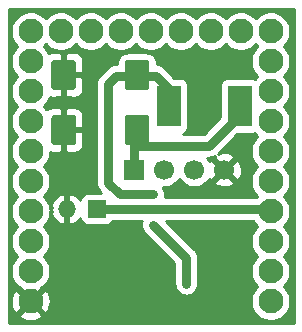
<source format=gbr>
G04 #@! TF.GenerationSoftware,KiCad,Pcbnew,(5.1.5)-3*
G04 #@! TF.CreationDate,2020-11-20T22:13:13+01:00*
G04 #@! TF.ProjectId,Microduino_Base_DE,4d696372-6f64-4756-996e-6f5f42617365,0.0*
G04 #@! TF.SameCoordinates,Original*
G04 #@! TF.FileFunction,Copper,L1,Top*
G04 #@! TF.FilePolarity,Positive*
%FSLAX46Y46*%
G04 Gerber Fmt 4.6, Leading zero omitted, Abs format (unit mm)*
G04 Created by KiCad (PCBNEW (5.1.5)-3) date 2020-11-20 22:13:13*
%MOMM*%
%LPD*%
G04 APERTURE LIST*
%ADD10C,0.100000*%
%ADD11R,1.500000X1.500000*%
%ADD12O,1.500000X1.500000*%
%ADD13R,1.700000X1.700000*%
%ADD14C,1.700000*%
%ADD15C,2.100000*%
%ADD16R,2.000000X3.500000*%
%ADD17C,0.600000*%
%ADD18C,0.400000*%
%ADD19C,0.750000*%
%ADD20C,0.254000*%
G04 APERTURE END LIST*
G04 #@! TA.AperFunction,SMDPad,CuDef*
D10*
G36*
X151092104Y-67725304D02*
G01*
X151116373Y-67728904D01*
X151140171Y-67734865D01*
X151163271Y-67743130D01*
X151185449Y-67753620D01*
X151206493Y-67766233D01*
X151226198Y-67780847D01*
X151244377Y-67797323D01*
X151260853Y-67815502D01*
X151275467Y-67835207D01*
X151288080Y-67856251D01*
X151298570Y-67878429D01*
X151306835Y-67901529D01*
X151312796Y-67925327D01*
X151316396Y-67949596D01*
X151317600Y-67974100D01*
X151317600Y-70024100D01*
X151316396Y-70048604D01*
X151312796Y-70072873D01*
X151306835Y-70096671D01*
X151298570Y-70119771D01*
X151288080Y-70141949D01*
X151275467Y-70162993D01*
X151260853Y-70182698D01*
X151244377Y-70200877D01*
X151226198Y-70217353D01*
X151206493Y-70231967D01*
X151185449Y-70244580D01*
X151163271Y-70255070D01*
X151140171Y-70263335D01*
X151116373Y-70269296D01*
X151092104Y-70272896D01*
X151067600Y-70274100D01*
X149492600Y-70274100D01*
X149468096Y-70272896D01*
X149443827Y-70269296D01*
X149420029Y-70263335D01*
X149396929Y-70255070D01*
X149374751Y-70244580D01*
X149353707Y-70231967D01*
X149334002Y-70217353D01*
X149315823Y-70200877D01*
X149299347Y-70182698D01*
X149284733Y-70162993D01*
X149272120Y-70141949D01*
X149261630Y-70119771D01*
X149253365Y-70096671D01*
X149247404Y-70072873D01*
X149243804Y-70048604D01*
X149242600Y-70024100D01*
X149242600Y-67974100D01*
X149243804Y-67949596D01*
X149247404Y-67925327D01*
X149253365Y-67901529D01*
X149261630Y-67878429D01*
X149272120Y-67856251D01*
X149284733Y-67835207D01*
X149299347Y-67815502D01*
X149315823Y-67797323D01*
X149334002Y-67780847D01*
X149353707Y-67766233D01*
X149374751Y-67753620D01*
X149396929Y-67743130D01*
X149420029Y-67734865D01*
X149443827Y-67728904D01*
X149468096Y-67725304D01*
X149492600Y-67724100D01*
X151067600Y-67724100D01*
X151092104Y-67725304D01*
G37*
G04 #@! TD.AperFunction*
G04 #@! TA.AperFunction,SMDPad,CuDef*
G36*
X144867104Y-67725304D02*
G01*
X144891373Y-67728904D01*
X144915171Y-67734865D01*
X144938271Y-67743130D01*
X144960449Y-67753620D01*
X144981493Y-67766233D01*
X145001198Y-67780847D01*
X145019377Y-67797323D01*
X145035853Y-67815502D01*
X145050467Y-67835207D01*
X145063080Y-67856251D01*
X145073570Y-67878429D01*
X145081835Y-67901529D01*
X145087796Y-67925327D01*
X145091396Y-67949596D01*
X145092600Y-67974100D01*
X145092600Y-70024100D01*
X145091396Y-70048604D01*
X145087796Y-70072873D01*
X145081835Y-70096671D01*
X145073570Y-70119771D01*
X145063080Y-70141949D01*
X145050467Y-70162993D01*
X145035853Y-70182698D01*
X145019377Y-70200877D01*
X145001198Y-70217353D01*
X144981493Y-70231967D01*
X144960449Y-70244580D01*
X144938271Y-70255070D01*
X144915171Y-70263335D01*
X144891373Y-70269296D01*
X144867104Y-70272896D01*
X144842600Y-70274100D01*
X143267600Y-70274100D01*
X143243096Y-70272896D01*
X143218827Y-70269296D01*
X143195029Y-70263335D01*
X143171929Y-70255070D01*
X143149751Y-70244580D01*
X143128707Y-70231967D01*
X143109002Y-70217353D01*
X143090823Y-70200877D01*
X143074347Y-70182698D01*
X143059733Y-70162993D01*
X143047120Y-70141949D01*
X143036630Y-70119771D01*
X143028365Y-70096671D01*
X143022404Y-70072873D01*
X143018804Y-70048604D01*
X143017600Y-70024100D01*
X143017600Y-67974100D01*
X143018804Y-67949596D01*
X143022404Y-67925327D01*
X143028365Y-67901529D01*
X143036630Y-67878429D01*
X143047120Y-67856251D01*
X143059733Y-67835207D01*
X143074347Y-67815502D01*
X143090823Y-67797323D01*
X143109002Y-67780847D01*
X143128707Y-67766233D01*
X143149751Y-67753620D01*
X143171929Y-67743130D01*
X143195029Y-67734865D01*
X143218827Y-67728904D01*
X143243096Y-67725304D01*
X143267600Y-67724100D01*
X144842600Y-67724100D01*
X144867104Y-67725304D01*
G37*
G04 #@! TD.AperFunction*
D11*
X146861000Y-80355000D03*
D12*
X144321000Y-80355000D03*
D13*
X150037800Y-77038200D03*
D14*
X152577800Y-77038200D03*
X155117800Y-77038200D03*
X157657800Y-77038200D03*
D15*
X161581000Y-67845000D03*
X161581000Y-70385000D03*
X161581000Y-72925000D03*
X161581000Y-75465000D03*
X161581000Y-78005000D03*
X161581000Y-80545000D03*
X161581000Y-83085000D03*
X161581000Y-85625000D03*
X161581000Y-88165000D03*
X161581000Y-65305000D03*
X159041000Y-65305000D03*
X156501000Y-65305000D03*
X153961000Y-65305000D03*
X151421000Y-65305000D03*
X148881000Y-65305000D03*
X146341000Y-65305000D03*
X143801000Y-65305000D03*
X141261000Y-65305000D03*
X141261000Y-67845000D03*
X141261000Y-70385000D03*
X141261000Y-72925000D03*
X141261000Y-75465000D03*
X141261000Y-78005000D03*
X141261000Y-80545000D03*
X141261000Y-83085000D03*
X141261000Y-85625000D03*
X141261000Y-88165000D03*
G04 #@! TA.AperFunction,SMDPad,CuDef*
D10*
G36*
X144879804Y-72386204D02*
G01*
X144904073Y-72389804D01*
X144927871Y-72395765D01*
X144950971Y-72404030D01*
X144973149Y-72414520D01*
X144994193Y-72427133D01*
X145013898Y-72441747D01*
X145032077Y-72458223D01*
X145048553Y-72476402D01*
X145063167Y-72496107D01*
X145075780Y-72517151D01*
X145086270Y-72539329D01*
X145094535Y-72562429D01*
X145100496Y-72586227D01*
X145104096Y-72610496D01*
X145105300Y-72635000D01*
X145105300Y-74685000D01*
X145104096Y-74709504D01*
X145100496Y-74733773D01*
X145094535Y-74757571D01*
X145086270Y-74780671D01*
X145075780Y-74802849D01*
X145063167Y-74823893D01*
X145048553Y-74843598D01*
X145032077Y-74861777D01*
X145013898Y-74878253D01*
X144994193Y-74892867D01*
X144973149Y-74905480D01*
X144950971Y-74915970D01*
X144927871Y-74924235D01*
X144904073Y-74930196D01*
X144879804Y-74933796D01*
X144855300Y-74935000D01*
X143280300Y-74935000D01*
X143255796Y-74933796D01*
X143231527Y-74930196D01*
X143207729Y-74924235D01*
X143184629Y-74915970D01*
X143162451Y-74905480D01*
X143141407Y-74892867D01*
X143121702Y-74878253D01*
X143103523Y-74861777D01*
X143087047Y-74843598D01*
X143072433Y-74823893D01*
X143059820Y-74802849D01*
X143049330Y-74780671D01*
X143041065Y-74757571D01*
X143035104Y-74733773D01*
X143031504Y-74709504D01*
X143030300Y-74685000D01*
X143030300Y-72635000D01*
X143031504Y-72610496D01*
X143035104Y-72586227D01*
X143041065Y-72562429D01*
X143049330Y-72539329D01*
X143059820Y-72517151D01*
X143072433Y-72496107D01*
X143087047Y-72476402D01*
X143103523Y-72458223D01*
X143121702Y-72441747D01*
X143141407Y-72427133D01*
X143162451Y-72414520D01*
X143184629Y-72404030D01*
X143207729Y-72395765D01*
X143231527Y-72389804D01*
X143255796Y-72386204D01*
X143280300Y-72385000D01*
X144855300Y-72385000D01*
X144879804Y-72386204D01*
G37*
G04 #@! TD.AperFunction*
G04 #@! TA.AperFunction,SMDPad,CuDef*
G36*
X151104804Y-72386204D02*
G01*
X151129073Y-72389804D01*
X151152871Y-72395765D01*
X151175971Y-72404030D01*
X151198149Y-72414520D01*
X151219193Y-72427133D01*
X151238898Y-72441747D01*
X151257077Y-72458223D01*
X151273553Y-72476402D01*
X151288167Y-72496107D01*
X151300780Y-72517151D01*
X151311270Y-72539329D01*
X151319535Y-72562429D01*
X151325496Y-72586227D01*
X151329096Y-72610496D01*
X151330300Y-72635000D01*
X151330300Y-74685000D01*
X151329096Y-74709504D01*
X151325496Y-74733773D01*
X151319535Y-74757571D01*
X151311270Y-74780671D01*
X151300780Y-74802849D01*
X151288167Y-74823893D01*
X151273553Y-74843598D01*
X151257077Y-74861777D01*
X151238898Y-74878253D01*
X151219193Y-74892867D01*
X151198149Y-74905480D01*
X151175971Y-74915970D01*
X151152871Y-74924235D01*
X151129073Y-74930196D01*
X151104804Y-74933796D01*
X151080300Y-74935000D01*
X149505300Y-74935000D01*
X149480796Y-74933796D01*
X149456527Y-74930196D01*
X149432729Y-74924235D01*
X149409629Y-74915970D01*
X149387451Y-74905480D01*
X149366407Y-74892867D01*
X149346702Y-74878253D01*
X149328523Y-74861777D01*
X149312047Y-74843598D01*
X149297433Y-74823893D01*
X149284820Y-74802849D01*
X149274330Y-74780671D01*
X149266065Y-74757571D01*
X149260104Y-74733773D01*
X149256504Y-74709504D01*
X149255300Y-74685000D01*
X149255300Y-72635000D01*
X149256504Y-72610496D01*
X149260104Y-72586227D01*
X149266065Y-72562429D01*
X149274330Y-72539329D01*
X149284820Y-72517151D01*
X149297433Y-72496107D01*
X149312047Y-72476402D01*
X149328523Y-72458223D01*
X149346702Y-72441747D01*
X149366407Y-72427133D01*
X149387451Y-72414520D01*
X149409629Y-72404030D01*
X149432729Y-72395765D01*
X149456527Y-72389804D01*
X149480796Y-72386204D01*
X149505300Y-72385000D01*
X151080300Y-72385000D01*
X151104804Y-72386204D01*
G37*
G04 #@! TD.AperFunction*
D16*
X152956000Y-71628000D03*
X158956000Y-71628000D03*
D17*
X143967200Y-88760300D03*
X146646900Y-88760300D03*
X148894800Y-88760300D03*
X151091900Y-88785700D03*
X149745700Y-85775800D03*
X146710400Y-85763100D03*
X143865600Y-85839300D03*
X143827500Y-83146900D03*
X146685000Y-83096100D03*
X149771100Y-83159600D03*
X153835100Y-78638400D03*
X158889700Y-74980800D03*
X145567400Y-77736700D03*
X146215100Y-71361300D03*
X154012900Y-68757800D03*
X155981400Y-71412100D03*
X158432500Y-68795900D03*
X157861000Y-86995000D03*
X151714200Y-74980800D03*
X154444700Y-86664800D03*
X151638000Y-81686400D03*
X151638000Y-79095600D03*
D18*
X160807400Y-88163400D02*
X161569400Y-88163400D01*
D19*
X161391000Y-80355000D02*
X161581000Y-80545000D01*
X146861000Y-80355000D02*
X161391000Y-80355000D01*
X150037800Y-73927700D02*
X150280100Y-73685400D01*
X158956000Y-72378000D02*
X156353200Y-74980800D01*
X158956000Y-71628000D02*
X158956000Y-72378000D01*
X150037800Y-77038200D02*
X150037800Y-74980800D01*
X150037800Y-74980800D02*
X150037800Y-73927700D01*
X156353200Y-74980800D02*
X151714200Y-74980800D01*
X151714200Y-74980800D02*
X150037800Y-74980800D01*
X152956000Y-71628000D02*
X152956000Y-70177400D01*
X151879300Y-69100700D02*
X150292800Y-69100700D01*
X152956000Y-70177400D02*
X151879300Y-69100700D01*
X154444700Y-86664800D02*
X154444700Y-84493100D01*
X154444700Y-84493100D02*
X151638000Y-81686400D01*
X147828000Y-78130400D02*
X147828000Y-69735700D01*
X151638000Y-79095600D02*
X148793200Y-79095600D01*
X148463000Y-69100700D02*
X150292800Y-69100700D01*
X147828000Y-69735700D02*
X148463000Y-69100700D01*
X148793200Y-79095600D02*
X147828000Y-78130400D01*
D20*
G36*
X163530883Y-89967917D02*
G01*
X139411000Y-89965084D01*
X139411000Y-89336066D01*
X140269539Y-89336066D01*
X140371339Y-89605579D01*
X140669477Y-89751463D01*
X140990346Y-89836380D01*
X141321617Y-89857066D01*
X141650557Y-89812728D01*
X141964527Y-89705069D01*
X142150661Y-89605579D01*
X142252461Y-89336066D01*
X141261000Y-88344605D01*
X140269539Y-89336066D01*
X139411000Y-89336066D01*
X139411000Y-88225617D01*
X139568934Y-88225617D01*
X139613272Y-88554557D01*
X139720931Y-88868527D01*
X139820421Y-89054661D01*
X140089934Y-89156461D01*
X141081395Y-88165000D01*
X141440605Y-88165000D01*
X142432066Y-89156461D01*
X142701579Y-89054661D01*
X142847463Y-88756523D01*
X142932380Y-88435654D01*
X142953066Y-88104383D01*
X142908728Y-87775443D01*
X142801069Y-87461473D01*
X142701579Y-87275339D01*
X142432066Y-87173539D01*
X141440605Y-88165000D01*
X141081395Y-88165000D01*
X140089934Y-87173539D01*
X139820421Y-87275339D01*
X139674537Y-87573477D01*
X139589620Y-87894346D01*
X139568934Y-88225617D01*
X139411000Y-88225617D01*
X139411000Y-65139042D01*
X139576000Y-65139042D01*
X139576000Y-65470958D01*
X139640754Y-65796496D01*
X139767772Y-66103147D01*
X139952175Y-66379125D01*
X140148050Y-66575000D01*
X139952175Y-66770875D01*
X139767772Y-67046853D01*
X139640754Y-67353504D01*
X139576000Y-67679042D01*
X139576000Y-68010958D01*
X139640754Y-68336496D01*
X139767772Y-68643147D01*
X139952175Y-68919125D01*
X140148050Y-69115000D01*
X139952175Y-69310875D01*
X139767772Y-69586853D01*
X139640754Y-69893504D01*
X139576000Y-70219042D01*
X139576000Y-70550958D01*
X139640754Y-70876496D01*
X139767772Y-71183147D01*
X139952175Y-71459125D01*
X140148050Y-71655000D01*
X139952175Y-71850875D01*
X139767772Y-72126853D01*
X139640754Y-72433504D01*
X139576000Y-72759042D01*
X139576000Y-73090958D01*
X139640754Y-73416496D01*
X139767772Y-73723147D01*
X139952175Y-73999125D01*
X140148050Y-74195000D01*
X139952175Y-74390875D01*
X139767772Y-74666853D01*
X139640754Y-74973504D01*
X139576000Y-75299042D01*
X139576000Y-75630958D01*
X139640754Y-75956496D01*
X139767772Y-76263147D01*
X139952175Y-76539125D01*
X140148050Y-76735000D01*
X139952175Y-76930875D01*
X139767772Y-77206853D01*
X139640754Y-77513504D01*
X139576000Y-77839042D01*
X139576000Y-78170958D01*
X139640754Y-78496496D01*
X139767772Y-78803147D01*
X139952175Y-79079125D01*
X140148050Y-79275000D01*
X139952175Y-79470875D01*
X139767772Y-79746853D01*
X139640754Y-80053504D01*
X139576000Y-80379042D01*
X139576000Y-80710958D01*
X139640754Y-81036496D01*
X139767772Y-81343147D01*
X139952175Y-81619125D01*
X140148050Y-81815000D01*
X139952175Y-82010875D01*
X139767772Y-82286853D01*
X139640754Y-82593504D01*
X139576000Y-82919042D01*
X139576000Y-83250958D01*
X139640754Y-83576496D01*
X139767772Y-83883147D01*
X139952175Y-84159125D01*
X140148050Y-84355000D01*
X139952175Y-84550875D01*
X139767772Y-84826853D01*
X139640754Y-85133504D01*
X139576000Y-85459042D01*
X139576000Y-85790958D01*
X139640754Y-86116496D01*
X139767772Y-86423147D01*
X139952175Y-86699125D01*
X140186875Y-86933825D01*
X140271009Y-86990042D01*
X140269539Y-86993934D01*
X141261000Y-87985395D01*
X142252461Y-86993934D01*
X142250991Y-86990042D01*
X142335125Y-86933825D01*
X142569825Y-86699125D01*
X142754228Y-86423147D01*
X142881246Y-86116496D01*
X142946000Y-85790958D01*
X142946000Y-85459042D01*
X142881246Y-85133504D01*
X142754228Y-84826853D01*
X142569825Y-84550875D01*
X142373950Y-84355000D01*
X142569825Y-84159125D01*
X142754228Y-83883147D01*
X142881246Y-83576496D01*
X142946000Y-83250958D01*
X142946000Y-82919042D01*
X142881246Y-82593504D01*
X142754228Y-82286853D01*
X142569825Y-82010875D01*
X142373950Y-81815000D01*
X142569825Y-81619125D01*
X142754228Y-81343147D01*
X142881246Y-81036496D01*
X142946000Y-80710958D01*
X142946000Y-80482002D01*
X143100579Y-80482002D01*
X142978677Y-80696186D01*
X143071031Y-80951504D01*
X143211421Y-81183899D01*
X143394451Y-81384440D01*
X143613088Y-81545420D01*
X143858930Y-81660653D01*
X143979815Y-81697318D01*
X144194000Y-81574656D01*
X144194000Y-80482000D01*
X144174000Y-80482000D01*
X144174000Y-80228000D01*
X144194000Y-80228000D01*
X144194000Y-79135344D01*
X143979815Y-79012682D01*
X143858930Y-79049347D01*
X143613088Y-79164580D01*
X143394451Y-79325560D01*
X143211421Y-79526101D01*
X143071031Y-79758496D01*
X142978677Y-80013814D01*
X143100579Y-80227998D01*
X142936000Y-80227998D01*
X142936000Y-80328769D01*
X142881246Y-80053504D01*
X142754228Y-79746853D01*
X142569825Y-79470875D01*
X142373950Y-79275000D01*
X142569825Y-79079125D01*
X142754228Y-78803147D01*
X142881246Y-78496496D01*
X142946000Y-78170958D01*
X142946000Y-77839042D01*
X142881246Y-77513504D01*
X142754228Y-77206853D01*
X142569825Y-76930875D01*
X142373950Y-76735000D01*
X142569825Y-76539125D01*
X142754228Y-76263147D01*
X142881246Y-75956496D01*
X142946000Y-75630958D01*
X142946000Y-75564769D01*
X143030300Y-75573072D01*
X143782050Y-75570000D01*
X143940800Y-75411250D01*
X143940800Y-73787000D01*
X144194800Y-73787000D01*
X144194800Y-75411250D01*
X144353550Y-75570000D01*
X145105300Y-75573072D01*
X145229782Y-75560812D01*
X145349480Y-75524502D01*
X145459794Y-75465537D01*
X145556485Y-75386185D01*
X145635837Y-75289494D01*
X145694802Y-75179180D01*
X145731112Y-75059482D01*
X145743372Y-74935000D01*
X145740300Y-73945750D01*
X145581550Y-73787000D01*
X144194800Y-73787000D01*
X143940800Y-73787000D01*
X143920800Y-73787000D01*
X143920800Y-73533000D01*
X143940800Y-73533000D01*
X143940800Y-71908750D01*
X144194800Y-71908750D01*
X144194800Y-73533000D01*
X145581550Y-73533000D01*
X145740300Y-73374250D01*
X145743372Y-72385000D01*
X145731112Y-72260518D01*
X145694802Y-72140820D01*
X145635837Y-72030506D01*
X145556485Y-71933815D01*
X145459794Y-71854463D01*
X145349480Y-71795498D01*
X145229782Y-71759188D01*
X145105300Y-71746928D01*
X144353550Y-71750000D01*
X144194800Y-71908750D01*
X143940800Y-71908750D01*
X143782050Y-71750000D01*
X143030300Y-71746928D01*
X142905818Y-71759188D01*
X142786120Y-71795498D01*
X142675806Y-71854463D01*
X142608907Y-71909365D01*
X142569825Y-71850875D01*
X142373950Y-71655000D01*
X142569825Y-71459125D01*
X142754228Y-71183147D01*
X142873955Y-70894099D01*
X142893118Y-70899912D01*
X143017600Y-70912172D01*
X143769350Y-70909100D01*
X143928100Y-70750350D01*
X143928100Y-69126100D01*
X144182100Y-69126100D01*
X144182100Y-70750350D01*
X144340850Y-70909100D01*
X145092600Y-70912172D01*
X145217082Y-70899912D01*
X145336780Y-70863602D01*
X145447094Y-70804637D01*
X145543785Y-70725285D01*
X145623137Y-70628594D01*
X145682102Y-70518280D01*
X145718412Y-70398582D01*
X145730672Y-70274100D01*
X145727600Y-69284850D01*
X145568850Y-69126100D01*
X144182100Y-69126100D01*
X143928100Y-69126100D01*
X143908100Y-69126100D01*
X143908100Y-68872100D01*
X143928100Y-68872100D01*
X143928100Y-67247850D01*
X144182100Y-67247850D01*
X144182100Y-68872100D01*
X145568850Y-68872100D01*
X145727600Y-68713350D01*
X145730672Y-67724100D01*
X145718412Y-67599618D01*
X145682102Y-67479920D01*
X145623137Y-67369606D01*
X145543785Y-67272915D01*
X145447094Y-67193563D01*
X145336780Y-67134598D01*
X145217082Y-67098288D01*
X145092600Y-67086028D01*
X144340850Y-67089100D01*
X144182100Y-67247850D01*
X143928100Y-67247850D01*
X143769350Y-67089100D01*
X143017600Y-67086028D01*
X142893118Y-67098288D01*
X142788658Y-67129976D01*
X142754228Y-67046853D01*
X142569825Y-66770875D01*
X142373950Y-66575000D01*
X142531000Y-66417950D01*
X142726875Y-66613825D01*
X143002853Y-66798228D01*
X143309504Y-66925246D01*
X143635042Y-66990000D01*
X143966958Y-66990000D01*
X144292496Y-66925246D01*
X144599147Y-66798228D01*
X144875125Y-66613825D01*
X145071000Y-66417950D01*
X145266875Y-66613825D01*
X145542853Y-66798228D01*
X145849504Y-66925246D01*
X146175042Y-66990000D01*
X146506958Y-66990000D01*
X146832496Y-66925246D01*
X147139147Y-66798228D01*
X147415125Y-66613825D01*
X147611000Y-66417950D01*
X147806875Y-66613825D01*
X148082853Y-66798228D01*
X148389504Y-66925246D01*
X148715042Y-66990000D01*
X149046958Y-66990000D01*
X149372496Y-66925246D01*
X149679147Y-66798228D01*
X149955125Y-66613825D01*
X150151000Y-66417950D01*
X150346875Y-66613825D01*
X150622853Y-66798228D01*
X150929504Y-66925246D01*
X151255042Y-66990000D01*
X151586958Y-66990000D01*
X151912496Y-66925246D01*
X152219147Y-66798228D01*
X152495125Y-66613825D01*
X152691000Y-66417950D01*
X152886875Y-66613825D01*
X153162853Y-66798228D01*
X153469504Y-66925246D01*
X153795042Y-66990000D01*
X154126958Y-66990000D01*
X154452496Y-66925246D01*
X154759147Y-66798228D01*
X155035125Y-66613825D01*
X155231000Y-66417950D01*
X155426875Y-66613825D01*
X155702853Y-66798228D01*
X156009504Y-66925246D01*
X156335042Y-66990000D01*
X156666958Y-66990000D01*
X156992496Y-66925246D01*
X157299147Y-66798228D01*
X157575125Y-66613825D01*
X157771000Y-66417950D01*
X157966875Y-66613825D01*
X158242853Y-66798228D01*
X158549504Y-66925246D01*
X158875042Y-66990000D01*
X159206958Y-66990000D01*
X159532496Y-66925246D01*
X159839147Y-66798228D01*
X160115125Y-66613825D01*
X160311000Y-66417950D01*
X160468050Y-66575000D01*
X160272175Y-66770875D01*
X160087772Y-67046853D01*
X159960754Y-67353504D01*
X159896000Y-67679042D01*
X159896000Y-68010958D01*
X159960754Y-68336496D01*
X160087772Y-68643147D01*
X160272175Y-68919125D01*
X160468050Y-69115000D01*
X160272175Y-69310875D01*
X160264246Y-69322742D01*
X160200180Y-69288498D01*
X160080482Y-69252188D01*
X159956000Y-69239928D01*
X157956000Y-69239928D01*
X157831518Y-69252188D01*
X157711820Y-69288498D01*
X157601506Y-69347463D01*
X157504815Y-69426815D01*
X157425463Y-69523506D01*
X157366498Y-69633820D01*
X157330188Y-69753518D01*
X157317928Y-69878000D01*
X157317928Y-72587717D01*
X155934845Y-73970800D01*
X154189308Y-73970800D01*
X154200180Y-73967502D01*
X154310494Y-73908537D01*
X154407185Y-73829185D01*
X154486537Y-73732494D01*
X154545502Y-73622180D01*
X154581812Y-73502482D01*
X154594072Y-73378000D01*
X154594072Y-69878000D01*
X154581812Y-69753518D01*
X154545502Y-69633820D01*
X154486537Y-69523506D01*
X154407185Y-69426815D01*
X154310494Y-69347463D01*
X154200180Y-69288498D01*
X154080482Y-69252188D01*
X153956000Y-69239928D01*
X153446884Y-69239928D01*
X152628561Y-68421606D01*
X152596933Y-68383067D01*
X152443140Y-68256853D01*
X152267680Y-68163068D01*
X152077294Y-68105315D01*
X151955672Y-68093336D01*
X151955672Y-67974100D01*
X151938608Y-67800846D01*
X151888072Y-67634250D01*
X151806005Y-67480714D01*
X151695562Y-67346138D01*
X151560986Y-67235695D01*
X151407450Y-67153628D01*
X151240854Y-67103092D01*
X151067600Y-67086028D01*
X149492600Y-67086028D01*
X149319346Y-67103092D01*
X149152750Y-67153628D01*
X148999214Y-67235695D01*
X148864638Y-67346138D01*
X148754195Y-67480714D01*
X148672128Y-67634250D01*
X148621592Y-67800846D01*
X148604528Y-67974100D01*
X148604528Y-68090700D01*
X148512608Y-68090700D01*
X148463000Y-68085814D01*
X148265005Y-68105315D01*
X148074620Y-68163068D01*
X147899160Y-68256853D01*
X147745367Y-68383067D01*
X147713739Y-68421606D01*
X147148901Y-68986444D01*
X147110368Y-69018067D01*
X147078745Y-69056600D01*
X147078744Y-69056601D01*
X146984154Y-69171860D01*
X146890368Y-69347321D01*
X146832615Y-69537706D01*
X146813114Y-69735700D01*
X146818001Y-69785318D01*
X146818000Y-78080792D01*
X146813114Y-78130400D01*
X146832615Y-78328394D01*
X146884542Y-78499572D01*
X146890368Y-78518779D01*
X146984153Y-78694240D01*
X147110367Y-78848033D01*
X147148905Y-78879661D01*
X147236173Y-78966928D01*
X146111000Y-78966928D01*
X145986518Y-78979188D01*
X145866820Y-79015498D01*
X145756506Y-79074463D01*
X145659815Y-79153815D01*
X145580463Y-79250506D01*
X145521498Y-79360820D01*
X145485188Y-79480518D01*
X145473673Y-79597437D01*
X145430579Y-79526101D01*
X145247549Y-79325560D01*
X145028912Y-79164580D01*
X144783070Y-79049347D01*
X144662185Y-79012682D01*
X144448000Y-79135344D01*
X144448000Y-80228000D01*
X144468000Y-80228000D01*
X144468000Y-80482000D01*
X144448000Y-80482000D01*
X144448000Y-81574656D01*
X144662185Y-81697318D01*
X144783070Y-81660653D01*
X145028912Y-81545420D01*
X145247549Y-81384440D01*
X145430579Y-81183899D01*
X145473673Y-81112563D01*
X145485188Y-81229482D01*
X145521498Y-81349180D01*
X145580463Y-81459494D01*
X145659815Y-81556185D01*
X145756506Y-81635537D01*
X145866820Y-81694502D01*
X145986518Y-81730812D01*
X146111000Y-81743072D01*
X147611000Y-81743072D01*
X147735482Y-81730812D01*
X147855180Y-81694502D01*
X147965494Y-81635537D01*
X148062185Y-81556185D01*
X148141537Y-81459494D01*
X148192046Y-81365000D01*
X150680050Y-81365000D01*
X150642615Y-81488406D01*
X150623114Y-81686400D01*
X150642615Y-81884394D01*
X150700368Y-82074779D01*
X150794154Y-82250240D01*
X150888744Y-82365499D01*
X153434701Y-84911456D01*
X153434700Y-86714407D01*
X153449315Y-86862793D01*
X153507068Y-87053179D01*
X153600853Y-87228640D01*
X153727067Y-87382433D01*
X153880860Y-87508647D01*
X154056320Y-87602432D01*
X154246706Y-87660185D01*
X154444700Y-87679686D01*
X154642693Y-87660185D01*
X154833079Y-87602432D01*
X155008540Y-87508647D01*
X155162333Y-87382433D01*
X155288547Y-87228640D01*
X155382332Y-87053180D01*
X155440085Y-86862794D01*
X155454700Y-86714408D01*
X155454700Y-84542704D01*
X155459586Y-84493099D01*
X155449808Y-84393825D01*
X155440085Y-84295106D01*
X155382332Y-84104720D01*
X155288547Y-83929260D01*
X155162333Y-83775467D01*
X155123794Y-83743839D01*
X152744955Y-81365000D01*
X160102374Y-81365000D01*
X160272175Y-81619125D01*
X160468050Y-81815000D01*
X160272175Y-82010875D01*
X160087772Y-82286853D01*
X159960754Y-82593504D01*
X159896000Y-82919042D01*
X159896000Y-83250958D01*
X159960754Y-83576496D01*
X160087772Y-83883147D01*
X160272175Y-84159125D01*
X160468050Y-84355000D01*
X160272175Y-84550875D01*
X160087772Y-84826853D01*
X159960754Y-85133504D01*
X159896000Y-85459042D01*
X159896000Y-85790958D01*
X159960754Y-86116496D01*
X160087772Y-86423147D01*
X160272175Y-86699125D01*
X160468050Y-86895000D01*
X160272175Y-87090875D01*
X160087772Y-87366853D01*
X159960754Y-87673504D01*
X159896000Y-87999042D01*
X159896000Y-88330958D01*
X159960754Y-88656496D01*
X160087772Y-88963147D01*
X160272175Y-89239125D01*
X160506875Y-89473825D01*
X160782853Y-89658228D01*
X161089504Y-89785246D01*
X161415042Y-89850000D01*
X161746958Y-89850000D01*
X162072496Y-89785246D01*
X162379147Y-89658228D01*
X162655125Y-89473825D01*
X162889825Y-89239125D01*
X163074228Y-88963147D01*
X163201246Y-88656496D01*
X163266000Y-88330958D01*
X163266000Y-87999042D01*
X163201246Y-87673504D01*
X163074228Y-87366853D01*
X162889825Y-87090875D01*
X162693950Y-86895000D01*
X162889825Y-86699125D01*
X163074228Y-86423147D01*
X163201246Y-86116496D01*
X163266000Y-85790958D01*
X163266000Y-85459042D01*
X163201246Y-85133504D01*
X163074228Y-84826853D01*
X162889825Y-84550875D01*
X162693950Y-84355000D01*
X162889825Y-84159125D01*
X163074228Y-83883147D01*
X163201246Y-83576496D01*
X163266000Y-83250958D01*
X163266000Y-82919042D01*
X163201246Y-82593504D01*
X163074228Y-82286853D01*
X162889825Y-82010875D01*
X162693950Y-81815000D01*
X162889825Y-81619125D01*
X163074228Y-81343147D01*
X163201246Y-81036496D01*
X163266000Y-80710958D01*
X163266000Y-80379042D01*
X163201246Y-80053504D01*
X163074228Y-79746853D01*
X162889825Y-79470875D01*
X162693950Y-79275000D01*
X162889825Y-79079125D01*
X163074228Y-78803147D01*
X163201246Y-78496496D01*
X163266000Y-78170958D01*
X163266000Y-77839042D01*
X163201246Y-77513504D01*
X163074228Y-77206853D01*
X162889825Y-76930875D01*
X162693950Y-76735000D01*
X162889825Y-76539125D01*
X163074228Y-76263147D01*
X163201246Y-75956496D01*
X163266000Y-75630958D01*
X163266000Y-75299042D01*
X163201246Y-74973504D01*
X163074228Y-74666853D01*
X162889825Y-74390875D01*
X162693950Y-74195000D01*
X162889825Y-73999125D01*
X163074228Y-73723147D01*
X163201246Y-73416496D01*
X163266000Y-73090958D01*
X163266000Y-72759042D01*
X163201246Y-72433504D01*
X163074228Y-72126853D01*
X162889825Y-71850875D01*
X162693950Y-71655000D01*
X162889825Y-71459125D01*
X163074228Y-71183147D01*
X163201246Y-70876496D01*
X163266000Y-70550958D01*
X163266000Y-70219042D01*
X163201246Y-69893504D01*
X163074228Y-69586853D01*
X162889825Y-69310875D01*
X162693950Y-69115000D01*
X162889825Y-68919125D01*
X163074228Y-68643147D01*
X163201246Y-68336496D01*
X163266000Y-68010958D01*
X163266000Y-67679042D01*
X163201246Y-67353504D01*
X163074228Y-67046853D01*
X162889825Y-66770875D01*
X162693950Y-66575000D01*
X162889825Y-66379125D01*
X163074228Y-66103147D01*
X163201246Y-65796496D01*
X163266000Y-65470958D01*
X163266000Y-65139042D01*
X163201246Y-64813504D01*
X163074228Y-64506853D01*
X162889825Y-64230875D01*
X162655125Y-63996175D01*
X162379147Y-63811772D01*
X162072496Y-63684754D01*
X161746958Y-63620000D01*
X161415042Y-63620000D01*
X161089504Y-63684754D01*
X160782853Y-63811772D01*
X160506875Y-63996175D01*
X160311000Y-64192050D01*
X160115125Y-63996175D01*
X159839147Y-63811772D01*
X159532496Y-63684754D01*
X159206958Y-63620000D01*
X158875042Y-63620000D01*
X158549504Y-63684754D01*
X158242853Y-63811772D01*
X157966875Y-63996175D01*
X157771000Y-64192050D01*
X157575125Y-63996175D01*
X157299147Y-63811772D01*
X156992496Y-63684754D01*
X156666958Y-63620000D01*
X156335042Y-63620000D01*
X156009504Y-63684754D01*
X155702853Y-63811772D01*
X155426875Y-63996175D01*
X155231000Y-64192050D01*
X155035125Y-63996175D01*
X154759147Y-63811772D01*
X154452496Y-63684754D01*
X154126958Y-63620000D01*
X153795042Y-63620000D01*
X153469504Y-63684754D01*
X153162853Y-63811772D01*
X152886875Y-63996175D01*
X152691000Y-64192050D01*
X152495125Y-63996175D01*
X152219147Y-63811772D01*
X151912496Y-63684754D01*
X151586958Y-63620000D01*
X151255042Y-63620000D01*
X150929504Y-63684754D01*
X150622853Y-63811772D01*
X150346875Y-63996175D01*
X150151000Y-64192050D01*
X149955125Y-63996175D01*
X149679147Y-63811772D01*
X149372496Y-63684754D01*
X149046958Y-63620000D01*
X148715042Y-63620000D01*
X148389504Y-63684754D01*
X148082853Y-63811772D01*
X147806875Y-63996175D01*
X147611000Y-64192050D01*
X147415125Y-63996175D01*
X147139147Y-63811772D01*
X146832496Y-63684754D01*
X146506958Y-63620000D01*
X146175042Y-63620000D01*
X145849504Y-63684754D01*
X145542853Y-63811772D01*
X145266875Y-63996175D01*
X145071000Y-64192050D01*
X144875125Y-63996175D01*
X144599147Y-63811772D01*
X144292496Y-63684754D01*
X143966958Y-63620000D01*
X143635042Y-63620000D01*
X143309504Y-63684754D01*
X143002853Y-63811772D01*
X142726875Y-63996175D01*
X142531000Y-64192050D01*
X142335125Y-63996175D01*
X142059147Y-63811772D01*
X141752496Y-63684754D01*
X141426958Y-63620000D01*
X141095042Y-63620000D01*
X140769504Y-63684754D01*
X140462853Y-63811772D01*
X140186875Y-63996175D01*
X139952175Y-64230875D01*
X139767772Y-64506853D01*
X139640754Y-64813504D01*
X139576000Y-65139042D01*
X139411000Y-65139042D01*
X139411000Y-63448000D01*
X163526518Y-63448000D01*
X163530883Y-89967917D01*
G37*
X163530883Y-89967917D02*
X139411000Y-89965084D01*
X139411000Y-89336066D01*
X140269539Y-89336066D01*
X140371339Y-89605579D01*
X140669477Y-89751463D01*
X140990346Y-89836380D01*
X141321617Y-89857066D01*
X141650557Y-89812728D01*
X141964527Y-89705069D01*
X142150661Y-89605579D01*
X142252461Y-89336066D01*
X141261000Y-88344605D01*
X140269539Y-89336066D01*
X139411000Y-89336066D01*
X139411000Y-88225617D01*
X139568934Y-88225617D01*
X139613272Y-88554557D01*
X139720931Y-88868527D01*
X139820421Y-89054661D01*
X140089934Y-89156461D01*
X141081395Y-88165000D01*
X141440605Y-88165000D01*
X142432066Y-89156461D01*
X142701579Y-89054661D01*
X142847463Y-88756523D01*
X142932380Y-88435654D01*
X142953066Y-88104383D01*
X142908728Y-87775443D01*
X142801069Y-87461473D01*
X142701579Y-87275339D01*
X142432066Y-87173539D01*
X141440605Y-88165000D01*
X141081395Y-88165000D01*
X140089934Y-87173539D01*
X139820421Y-87275339D01*
X139674537Y-87573477D01*
X139589620Y-87894346D01*
X139568934Y-88225617D01*
X139411000Y-88225617D01*
X139411000Y-65139042D01*
X139576000Y-65139042D01*
X139576000Y-65470958D01*
X139640754Y-65796496D01*
X139767772Y-66103147D01*
X139952175Y-66379125D01*
X140148050Y-66575000D01*
X139952175Y-66770875D01*
X139767772Y-67046853D01*
X139640754Y-67353504D01*
X139576000Y-67679042D01*
X139576000Y-68010958D01*
X139640754Y-68336496D01*
X139767772Y-68643147D01*
X139952175Y-68919125D01*
X140148050Y-69115000D01*
X139952175Y-69310875D01*
X139767772Y-69586853D01*
X139640754Y-69893504D01*
X139576000Y-70219042D01*
X139576000Y-70550958D01*
X139640754Y-70876496D01*
X139767772Y-71183147D01*
X139952175Y-71459125D01*
X140148050Y-71655000D01*
X139952175Y-71850875D01*
X139767772Y-72126853D01*
X139640754Y-72433504D01*
X139576000Y-72759042D01*
X139576000Y-73090958D01*
X139640754Y-73416496D01*
X139767772Y-73723147D01*
X139952175Y-73999125D01*
X140148050Y-74195000D01*
X139952175Y-74390875D01*
X139767772Y-74666853D01*
X139640754Y-74973504D01*
X139576000Y-75299042D01*
X139576000Y-75630958D01*
X139640754Y-75956496D01*
X139767772Y-76263147D01*
X139952175Y-76539125D01*
X140148050Y-76735000D01*
X139952175Y-76930875D01*
X139767772Y-77206853D01*
X139640754Y-77513504D01*
X139576000Y-77839042D01*
X139576000Y-78170958D01*
X139640754Y-78496496D01*
X139767772Y-78803147D01*
X139952175Y-79079125D01*
X140148050Y-79275000D01*
X139952175Y-79470875D01*
X139767772Y-79746853D01*
X139640754Y-80053504D01*
X139576000Y-80379042D01*
X139576000Y-80710958D01*
X139640754Y-81036496D01*
X139767772Y-81343147D01*
X139952175Y-81619125D01*
X140148050Y-81815000D01*
X139952175Y-82010875D01*
X139767772Y-82286853D01*
X139640754Y-82593504D01*
X139576000Y-82919042D01*
X139576000Y-83250958D01*
X139640754Y-83576496D01*
X139767772Y-83883147D01*
X139952175Y-84159125D01*
X140148050Y-84355000D01*
X139952175Y-84550875D01*
X139767772Y-84826853D01*
X139640754Y-85133504D01*
X139576000Y-85459042D01*
X139576000Y-85790958D01*
X139640754Y-86116496D01*
X139767772Y-86423147D01*
X139952175Y-86699125D01*
X140186875Y-86933825D01*
X140271009Y-86990042D01*
X140269539Y-86993934D01*
X141261000Y-87985395D01*
X142252461Y-86993934D01*
X142250991Y-86990042D01*
X142335125Y-86933825D01*
X142569825Y-86699125D01*
X142754228Y-86423147D01*
X142881246Y-86116496D01*
X142946000Y-85790958D01*
X142946000Y-85459042D01*
X142881246Y-85133504D01*
X142754228Y-84826853D01*
X142569825Y-84550875D01*
X142373950Y-84355000D01*
X142569825Y-84159125D01*
X142754228Y-83883147D01*
X142881246Y-83576496D01*
X142946000Y-83250958D01*
X142946000Y-82919042D01*
X142881246Y-82593504D01*
X142754228Y-82286853D01*
X142569825Y-82010875D01*
X142373950Y-81815000D01*
X142569825Y-81619125D01*
X142754228Y-81343147D01*
X142881246Y-81036496D01*
X142946000Y-80710958D01*
X142946000Y-80482002D01*
X143100579Y-80482002D01*
X142978677Y-80696186D01*
X143071031Y-80951504D01*
X143211421Y-81183899D01*
X143394451Y-81384440D01*
X143613088Y-81545420D01*
X143858930Y-81660653D01*
X143979815Y-81697318D01*
X144194000Y-81574656D01*
X144194000Y-80482000D01*
X144174000Y-80482000D01*
X144174000Y-80228000D01*
X144194000Y-80228000D01*
X144194000Y-79135344D01*
X143979815Y-79012682D01*
X143858930Y-79049347D01*
X143613088Y-79164580D01*
X143394451Y-79325560D01*
X143211421Y-79526101D01*
X143071031Y-79758496D01*
X142978677Y-80013814D01*
X143100579Y-80227998D01*
X142936000Y-80227998D01*
X142936000Y-80328769D01*
X142881246Y-80053504D01*
X142754228Y-79746853D01*
X142569825Y-79470875D01*
X142373950Y-79275000D01*
X142569825Y-79079125D01*
X142754228Y-78803147D01*
X142881246Y-78496496D01*
X142946000Y-78170958D01*
X142946000Y-77839042D01*
X142881246Y-77513504D01*
X142754228Y-77206853D01*
X142569825Y-76930875D01*
X142373950Y-76735000D01*
X142569825Y-76539125D01*
X142754228Y-76263147D01*
X142881246Y-75956496D01*
X142946000Y-75630958D01*
X142946000Y-75564769D01*
X143030300Y-75573072D01*
X143782050Y-75570000D01*
X143940800Y-75411250D01*
X143940800Y-73787000D01*
X144194800Y-73787000D01*
X144194800Y-75411250D01*
X144353550Y-75570000D01*
X145105300Y-75573072D01*
X145229782Y-75560812D01*
X145349480Y-75524502D01*
X145459794Y-75465537D01*
X145556485Y-75386185D01*
X145635837Y-75289494D01*
X145694802Y-75179180D01*
X145731112Y-75059482D01*
X145743372Y-74935000D01*
X145740300Y-73945750D01*
X145581550Y-73787000D01*
X144194800Y-73787000D01*
X143940800Y-73787000D01*
X143920800Y-73787000D01*
X143920800Y-73533000D01*
X143940800Y-73533000D01*
X143940800Y-71908750D01*
X144194800Y-71908750D01*
X144194800Y-73533000D01*
X145581550Y-73533000D01*
X145740300Y-73374250D01*
X145743372Y-72385000D01*
X145731112Y-72260518D01*
X145694802Y-72140820D01*
X145635837Y-72030506D01*
X145556485Y-71933815D01*
X145459794Y-71854463D01*
X145349480Y-71795498D01*
X145229782Y-71759188D01*
X145105300Y-71746928D01*
X144353550Y-71750000D01*
X144194800Y-71908750D01*
X143940800Y-71908750D01*
X143782050Y-71750000D01*
X143030300Y-71746928D01*
X142905818Y-71759188D01*
X142786120Y-71795498D01*
X142675806Y-71854463D01*
X142608907Y-71909365D01*
X142569825Y-71850875D01*
X142373950Y-71655000D01*
X142569825Y-71459125D01*
X142754228Y-71183147D01*
X142873955Y-70894099D01*
X142893118Y-70899912D01*
X143017600Y-70912172D01*
X143769350Y-70909100D01*
X143928100Y-70750350D01*
X143928100Y-69126100D01*
X144182100Y-69126100D01*
X144182100Y-70750350D01*
X144340850Y-70909100D01*
X145092600Y-70912172D01*
X145217082Y-70899912D01*
X145336780Y-70863602D01*
X145447094Y-70804637D01*
X145543785Y-70725285D01*
X145623137Y-70628594D01*
X145682102Y-70518280D01*
X145718412Y-70398582D01*
X145730672Y-70274100D01*
X145727600Y-69284850D01*
X145568850Y-69126100D01*
X144182100Y-69126100D01*
X143928100Y-69126100D01*
X143908100Y-69126100D01*
X143908100Y-68872100D01*
X143928100Y-68872100D01*
X143928100Y-67247850D01*
X144182100Y-67247850D01*
X144182100Y-68872100D01*
X145568850Y-68872100D01*
X145727600Y-68713350D01*
X145730672Y-67724100D01*
X145718412Y-67599618D01*
X145682102Y-67479920D01*
X145623137Y-67369606D01*
X145543785Y-67272915D01*
X145447094Y-67193563D01*
X145336780Y-67134598D01*
X145217082Y-67098288D01*
X145092600Y-67086028D01*
X144340850Y-67089100D01*
X144182100Y-67247850D01*
X143928100Y-67247850D01*
X143769350Y-67089100D01*
X143017600Y-67086028D01*
X142893118Y-67098288D01*
X142788658Y-67129976D01*
X142754228Y-67046853D01*
X142569825Y-66770875D01*
X142373950Y-66575000D01*
X142531000Y-66417950D01*
X142726875Y-66613825D01*
X143002853Y-66798228D01*
X143309504Y-66925246D01*
X143635042Y-66990000D01*
X143966958Y-66990000D01*
X144292496Y-66925246D01*
X144599147Y-66798228D01*
X144875125Y-66613825D01*
X145071000Y-66417950D01*
X145266875Y-66613825D01*
X145542853Y-66798228D01*
X145849504Y-66925246D01*
X146175042Y-66990000D01*
X146506958Y-66990000D01*
X146832496Y-66925246D01*
X147139147Y-66798228D01*
X147415125Y-66613825D01*
X147611000Y-66417950D01*
X147806875Y-66613825D01*
X148082853Y-66798228D01*
X148389504Y-66925246D01*
X148715042Y-66990000D01*
X149046958Y-66990000D01*
X149372496Y-66925246D01*
X149679147Y-66798228D01*
X149955125Y-66613825D01*
X150151000Y-66417950D01*
X150346875Y-66613825D01*
X150622853Y-66798228D01*
X150929504Y-66925246D01*
X151255042Y-66990000D01*
X151586958Y-66990000D01*
X151912496Y-66925246D01*
X152219147Y-66798228D01*
X152495125Y-66613825D01*
X152691000Y-66417950D01*
X152886875Y-66613825D01*
X153162853Y-66798228D01*
X153469504Y-66925246D01*
X153795042Y-66990000D01*
X154126958Y-66990000D01*
X154452496Y-66925246D01*
X154759147Y-66798228D01*
X155035125Y-66613825D01*
X155231000Y-66417950D01*
X155426875Y-66613825D01*
X155702853Y-66798228D01*
X156009504Y-66925246D01*
X156335042Y-66990000D01*
X156666958Y-66990000D01*
X156992496Y-66925246D01*
X157299147Y-66798228D01*
X157575125Y-66613825D01*
X157771000Y-66417950D01*
X157966875Y-66613825D01*
X158242853Y-66798228D01*
X158549504Y-66925246D01*
X158875042Y-66990000D01*
X159206958Y-66990000D01*
X159532496Y-66925246D01*
X159839147Y-66798228D01*
X160115125Y-66613825D01*
X160311000Y-66417950D01*
X160468050Y-66575000D01*
X160272175Y-66770875D01*
X160087772Y-67046853D01*
X159960754Y-67353504D01*
X159896000Y-67679042D01*
X159896000Y-68010958D01*
X159960754Y-68336496D01*
X160087772Y-68643147D01*
X160272175Y-68919125D01*
X160468050Y-69115000D01*
X160272175Y-69310875D01*
X160264246Y-69322742D01*
X160200180Y-69288498D01*
X160080482Y-69252188D01*
X159956000Y-69239928D01*
X157956000Y-69239928D01*
X157831518Y-69252188D01*
X157711820Y-69288498D01*
X157601506Y-69347463D01*
X157504815Y-69426815D01*
X157425463Y-69523506D01*
X157366498Y-69633820D01*
X157330188Y-69753518D01*
X157317928Y-69878000D01*
X157317928Y-72587717D01*
X155934845Y-73970800D01*
X154189308Y-73970800D01*
X154200180Y-73967502D01*
X154310494Y-73908537D01*
X154407185Y-73829185D01*
X154486537Y-73732494D01*
X154545502Y-73622180D01*
X154581812Y-73502482D01*
X154594072Y-73378000D01*
X154594072Y-69878000D01*
X154581812Y-69753518D01*
X154545502Y-69633820D01*
X154486537Y-69523506D01*
X154407185Y-69426815D01*
X154310494Y-69347463D01*
X154200180Y-69288498D01*
X154080482Y-69252188D01*
X153956000Y-69239928D01*
X153446884Y-69239928D01*
X152628561Y-68421606D01*
X152596933Y-68383067D01*
X152443140Y-68256853D01*
X152267680Y-68163068D01*
X152077294Y-68105315D01*
X151955672Y-68093336D01*
X151955672Y-67974100D01*
X151938608Y-67800846D01*
X151888072Y-67634250D01*
X151806005Y-67480714D01*
X151695562Y-67346138D01*
X151560986Y-67235695D01*
X151407450Y-67153628D01*
X151240854Y-67103092D01*
X151067600Y-67086028D01*
X149492600Y-67086028D01*
X149319346Y-67103092D01*
X149152750Y-67153628D01*
X148999214Y-67235695D01*
X148864638Y-67346138D01*
X148754195Y-67480714D01*
X148672128Y-67634250D01*
X148621592Y-67800846D01*
X148604528Y-67974100D01*
X148604528Y-68090700D01*
X148512608Y-68090700D01*
X148463000Y-68085814D01*
X148265005Y-68105315D01*
X148074620Y-68163068D01*
X147899160Y-68256853D01*
X147745367Y-68383067D01*
X147713739Y-68421606D01*
X147148901Y-68986444D01*
X147110368Y-69018067D01*
X147078745Y-69056600D01*
X147078744Y-69056601D01*
X146984154Y-69171860D01*
X146890368Y-69347321D01*
X146832615Y-69537706D01*
X146813114Y-69735700D01*
X146818001Y-69785318D01*
X146818000Y-78080792D01*
X146813114Y-78130400D01*
X146832615Y-78328394D01*
X146884542Y-78499572D01*
X146890368Y-78518779D01*
X146984153Y-78694240D01*
X147110367Y-78848033D01*
X147148905Y-78879661D01*
X147236173Y-78966928D01*
X146111000Y-78966928D01*
X145986518Y-78979188D01*
X145866820Y-79015498D01*
X145756506Y-79074463D01*
X145659815Y-79153815D01*
X145580463Y-79250506D01*
X145521498Y-79360820D01*
X145485188Y-79480518D01*
X145473673Y-79597437D01*
X145430579Y-79526101D01*
X145247549Y-79325560D01*
X145028912Y-79164580D01*
X144783070Y-79049347D01*
X144662185Y-79012682D01*
X144448000Y-79135344D01*
X144448000Y-80228000D01*
X144468000Y-80228000D01*
X144468000Y-80482000D01*
X144448000Y-80482000D01*
X144448000Y-81574656D01*
X144662185Y-81697318D01*
X144783070Y-81660653D01*
X145028912Y-81545420D01*
X145247549Y-81384440D01*
X145430579Y-81183899D01*
X145473673Y-81112563D01*
X145485188Y-81229482D01*
X145521498Y-81349180D01*
X145580463Y-81459494D01*
X145659815Y-81556185D01*
X145756506Y-81635537D01*
X145866820Y-81694502D01*
X145986518Y-81730812D01*
X146111000Y-81743072D01*
X147611000Y-81743072D01*
X147735482Y-81730812D01*
X147855180Y-81694502D01*
X147965494Y-81635537D01*
X148062185Y-81556185D01*
X148141537Y-81459494D01*
X148192046Y-81365000D01*
X150680050Y-81365000D01*
X150642615Y-81488406D01*
X150623114Y-81686400D01*
X150642615Y-81884394D01*
X150700368Y-82074779D01*
X150794154Y-82250240D01*
X150888744Y-82365499D01*
X153434701Y-84911456D01*
X153434700Y-86714407D01*
X153449315Y-86862793D01*
X153507068Y-87053179D01*
X153600853Y-87228640D01*
X153727067Y-87382433D01*
X153880860Y-87508647D01*
X154056320Y-87602432D01*
X154246706Y-87660185D01*
X154444700Y-87679686D01*
X154642693Y-87660185D01*
X154833079Y-87602432D01*
X155008540Y-87508647D01*
X155162333Y-87382433D01*
X155288547Y-87228640D01*
X155382332Y-87053180D01*
X155440085Y-86862794D01*
X155454700Y-86714408D01*
X155454700Y-84542704D01*
X155459586Y-84493099D01*
X155449808Y-84393825D01*
X155440085Y-84295106D01*
X155382332Y-84104720D01*
X155288547Y-83929260D01*
X155162333Y-83775467D01*
X155123794Y-83743839D01*
X152744955Y-81365000D01*
X160102374Y-81365000D01*
X160272175Y-81619125D01*
X160468050Y-81815000D01*
X160272175Y-82010875D01*
X160087772Y-82286853D01*
X159960754Y-82593504D01*
X159896000Y-82919042D01*
X159896000Y-83250958D01*
X159960754Y-83576496D01*
X160087772Y-83883147D01*
X160272175Y-84159125D01*
X160468050Y-84355000D01*
X160272175Y-84550875D01*
X160087772Y-84826853D01*
X159960754Y-85133504D01*
X159896000Y-85459042D01*
X159896000Y-85790958D01*
X159960754Y-86116496D01*
X160087772Y-86423147D01*
X160272175Y-86699125D01*
X160468050Y-86895000D01*
X160272175Y-87090875D01*
X160087772Y-87366853D01*
X159960754Y-87673504D01*
X159896000Y-87999042D01*
X159896000Y-88330958D01*
X159960754Y-88656496D01*
X160087772Y-88963147D01*
X160272175Y-89239125D01*
X160506875Y-89473825D01*
X160782853Y-89658228D01*
X161089504Y-89785246D01*
X161415042Y-89850000D01*
X161746958Y-89850000D01*
X162072496Y-89785246D01*
X162379147Y-89658228D01*
X162655125Y-89473825D01*
X162889825Y-89239125D01*
X163074228Y-88963147D01*
X163201246Y-88656496D01*
X163266000Y-88330958D01*
X163266000Y-87999042D01*
X163201246Y-87673504D01*
X163074228Y-87366853D01*
X162889825Y-87090875D01*
X162693950Y-86895000D01*
X162889825Y-86699125D01*
X163074228Y-86423147D01*
X163201246Y-86116496D01*
X163266000Y-85790958D01*
X163266000Y-85459042D01*
X163201246Y-85133504D01*
X163074228Y-84826853D01*
X162889825Y-84550875D01*
X162693950Y-84355000D01*
X162889825Y-84159125D01*
X163074228Y-83883147D01*
X163201246Y-83576496D01*
X163266000Y-83250958D01*
X163266000Y-82919042D01*
X163201246Y-82593504D01*
X163074228Y-82286853D01*
X162889825Y-82010875D01*
X162693950Y-81815000D01*
X162889825Y-81619125D01*
X163074228Y-81343147D01*
X163201246Y-81036496D01*
X163266000Y-80710958D01*
X163266000Y-80379042D01*
X163201246Y-80053504D01*
X163074228Y-79746853D01*
X162889825Y-79470875D01*
X162693950Y-79275000D01*
X162889825Y-79079125D01*
X163074228Y-78803147D01*
X163201246Y-78496496D01*
X163266000Y-78170958D01*
X163266000Y-77839042D01*
X163201246Y-77513504D01*
X163074228Y-77206853D01*
X162889825Y-76930875D01*
X162693950Y-76735000D01*
X162889825Y-76539125D01*
X163074228Y-76263147D01*
X163201246Y-75956496D01*
X163266000Y-75630958D01*
X163266000Y-75299042D01*
X163201246Y-74973504D01*
X163074228Y-74666853D01*
X162889825Y-74390875D01*
X162693950Y-74195000D01*
X162889825Y-73999125D01*
X163074228Y-73723147D01*
X163201246Y-73416496D01*
X163266000Y-73090958D01*
X163266000Y-72759042D01*
X163201246Y-72433504D01*
X163074228Y-72126853D01*
X162889825Y-71850875D01*
X162693950Y-71655000D01*
X162889825Y-71459125D01*
X163074228Y-71183147D01*
X163201246Y-70876496D01*
X163266000Y-70550958D01*
X163266000Y-70219042D01*
X163201246Y-69893504D01*
X163074228Y-69586853D01*
X162889825Y-69310875D01*
X162693950Y-69115000D01*
X162889825Y-68919125D01*
X163074228Y-68643147D01*
X163201246Y-68336496D01*
X163266000Y-68010958D01*
X163266000Y-67679042D01*
X163201246Y-67353504D01*
X163074228Y-67046853D01*
X162889825Y-66770875D01*
X162693950Y-66575000D01*
X162889825Y-66379125D01*
X163074228Y-66103147D01*
X163201246Y-65796496D01*
X163266000Y-65470958D01*
X163266000Y-65139042D01*
X163201246Y-64813504D01*
X163074228Y-64506853D01*
X162889825Y-64230875D01*
X162655125Y-63996175D01*
X162379147Y-63811772D01*
X162072496Y-63684754D01*
X161746958Y-63620000D01*
X161415042Y-63620000D01*
X161089504Y-63684754D01*
X160782853Y-63811772D01*
X160506875Y-63996175D01*
X160311000Y-64192050D01*
X160115125Y-63996175D01*
X159839147Y-63811772D01*
X159532496Y-63684754D01*
X159206958Y-63620000D01*
X158875042Y-63620000D01*
X158549504Y-63684754D01*
X158242853Y-63811772D01*
X157966875Y-63996175D01*
X157771000Y-64192050D01*
X157575125Y-63996175D01*
X157299147Y-63811772D01*
X156992496Y-63684754D01*
X156666958Y-63620000D01*
X156335042Y-63620000D01*
X156009504Y-63684754D01*
X155702853Y-63811772D01*
X155426875Y-63996175D01*
X155231000Y-64192050D01*
X155035125Y-63996175D01*
X154759147Y-63811772D01*
X154452496Y-63684754D01*
X154126958Y-63620000D01*
X153795042Y-63620000D01*
X153469504Y-63684754D01*
X153162853Y-63811772D01*
X152886875Y-63996175D01*
X152691000Y-64192050D01*
X152495125Y-63996175D01*
X152219147Y-63811772D01*
X151912496Y-63684754D01*
X151586958Y-63620000D01*
X151255042Y-63620000D01*
X150929504Y-63684754D01*
X150622853Y-63811772D01*
X150346875Y-63996175D01*
X150151000Y-64192050D01*
X149955125Y-63996175D01*
X149679147Y-63811772D01*
X149372496Y-63684754D01*
X149046958Y-63620000D01*
X148715042Y-63620000D01*
X148389504Y-63684754D01*
X148082853Y-63811772D01*
X147806875Y-63996175D01*
X147611000Y-64192050D01*
X147415125Y-63996175D01*
X147139147Y-63811772D01*
X146832496Y-63684754D01*
X146506958Y-63620000D01*
X146175042Y-63620000D01*
X145849504Y-63684754D01*
X145542853Y-63811772D01*
X145266875Y-63996175D01*
X145071000Y-64192050D01*
X144875125Y-63996175D01*
X144599147Y-63811772D01*
X144292496Y-63684754D01*
X143966958Y-63620000D01*
X143635042Y-63620000D01*
X143309504Y-63684754D01*
X143002853Y-63811772D01*
X142726875Y-63996175D01*
X142531000Y-64192050D01*
X142335125Y-63996175D01*
X142059147Y-63811772D01*
X141752496Y-63684754D01*
X141426958Y-63620000D01*
X141095042Y-63620000D01*
X140769504Y-63684754D01*
X140462853Y-63811772D01*
X140186875Y-63996175D01*
X139952175Y-64230875D01*
X139767772Y-64506853D01*
X139640754Y-64813504D01*
X139576000Y-65139042D01*
X139411000Y-65139042D01*
X139411000Y-63448000D01*
X163526518Y-63448000D01*
X163530883Y-89967917D01*
G36*
X160272175Y-73999125D02*
G01*
X160468050Y-74195000D01*
X160272175Y-74390875D01*
X160087772Y-74666853D01*
X159960754Y-74973504D01*
X159896000Y-75299042D01*
X159896000Y-75630958D01*
X159960754Y-75956496D01*
X160087772Y-76263147D01*
X160272175Y-76539125D01*
X160468050Y-76735000D01*
X160272175Y-76930875D01*
X160087772Y-77206853D01*
X159960754Y-77513504D01*
X159896000Y-77839042D01*
X159896000Y-78170958D01*
X159960754Y-78496496D01*
X160087772Y-78803147D01*
X160272175Y-79079125D01*
X160468050Y-79275000D01*
X160398050Y-79345000D01*
X152617791Y-79345000D01*
X152633385Y-79293594D01*
X152652886Y-79095600D01*
X152633385Y-78897606D01*
X152575632Y-78707220D01*
X152481847Y-78531760D01*
X152474822Y-78523200D01*
X152724060Y-78523200D01*
X153010958Y-78466132D01*
X153281211Y-78354190D01*
X153524432Y-78191675D01*
X153731275Y-77984832D01*
X153847800Y-77810440D01*
X153964325Y-77984832D01*
X154171168Y-78191675D01*
X154414389Y-78354190D01*
X154684642Y-78466132D01*
X154971540Y-78523200D01*
X155264060Y-78523200D01*
X155550958Y-78466132D01*
X155821211Y-78354190D01*
X156064432Y-78191675D01*
X156189510Y-78066597D01*
X156809008Y-78066597D01*
X156886643Y-78315672D01*
X157150683Y-78441571D01*
X157434211Y-78513539D01*
X157726331Y-78528811D01*
X158015819Y-78486799D01*
X158291547Y-78389119D01*
X158428957Y-78315672D01*
X158506592Y-78066597D01*
X157657800Y-77217805D01*
X156809008Y-78066597D01*
X156189510Y-78066597D01*
X156271275Y-77984832D01*
X156387111Y-77811471D01*
X156629403Y-77886992D01*
X157478195Y-77038200D01*
X157837405Y-77038200D01*
X158686197Y-77886992D01*
X158935272Y-77809357D01*
X159061171Y-77545317D01*
X159133139Y-77261789D01*
X159148411Y-76969669D01*
X159106399Y-76680181D01*
X159008719Y-76404453D01*
X158935272Y-76267043D01*
X158686197Y-76189408D01*
X157837405Y-77038200D01*
X157478195Y-77038200D01*
X156629403Y-76189408D01*
X156387111Y-76264929D01*
X156271275Y-76091568D01*
X156170507Y-75990800D01*
X156303592Y-75990800D01*
X156353200Y-75995686D01*
X156551194Y-75976185D01*
X156616100Y-75956496D01*
X156741580Y-75918432D01*
X156856660Y-75856920D01*
X156809008Y-76009803D01*
X157657800Y-76858595D01*
X158506592Y-76009803D01*
X158428957Y-75760728D01*
X158164917Y-75634829D01*
X157881389Y-75562861D01*
X157589269Y-75547589D01*
X157299781Y-75589601D01*
X157103065Y-75659290D01*
X158746283Y-74016072D01*
X159956000Y-74016072D01*
X160080482Y-74003812D01*
X160200180Y-73967502D01*
X160237659Y-73947469D01*
X160272175Y-73999125D01*
G37*
X160272175Y-73999125D02*
X160468050Y-74195000D01*
X160272175Y-74390875D01*
X160087772Y-74666853D01*
X159960754Y-74973504D01*
X159896000Y-75299042D01*
X159896000Y-75630958D01*
X159960754Y-75956496D01*
X160087772Y-76263147D01*
X160272175Y-76539125D01*
X160468050Y-76735000D01*
X160272175Y-76930875D01*
X160087772Y-77206853D01*
X159960754Y-77513504D01*
X159896000Y-77839042D01*
X159896000Y-78170958D01*
X159960754Y-78496496D01*
X160087772Y-78803147D01*
X160272175Y-79079125D01*
X160468050Y-79275000D01*
X160398050Y-79345000D01*
X152617791Y-79345000D01*
X152633385Y-79293594D01*
X152652886Y-79095600D01*
X152633385Y-78897606D01*
X152575632Y-78707220D01*
X152481847Y-78531760D01*
X152474822Y-78523200D01*
X152724060Y-78523200D01*
X153010958Y-78466132D01*
X153281211Y-78354190D01*
X153524432Y-78191675D01*
X153731275Y-77984832D01*
X153847800Y-77810440D01*
X153964325Y-77984832D01*
X154171168Y-78191675D01*
X154414389Y-78354190D01*
X154684642Y-78466132D01*
X154971540Y-78523200D01*
X155264060Y-78523200D01*
X155550958Y-78466132D01*
X155821211Y-78354190D01*
X156064432Y-78191675D01*
X156189510Y-78066597D01*
X156809008Y-78066597D01*
X156886643Y-78315672D01*
X157150683Y-78441571D01*
X157434211Y-78513539D01*
X157726331Y-78528811D01*
X158015819Y-78486799D01*
X158291547Y-78389119D01*
X158428957Y-78315672D01*
X158506592Y-78066597D01*
X157657800Y-77217805D01*
X156809008Y-78066597D01*
X156189510Y-78066597D01*
X156271275Y-77984832D01*
X156387111Y-77811471D01*
X156629403Y-77886992D01*
X157478195Y-77038200D01*
X157837405Y-77038200D01*
X158686197Y-77886992D01*
X158935272Y-77809357D01*
X159061171Y-77545317D01*
X159133139Y-77261789D01*
X159148411Y-76969669D01*
X159106399Y-76680181D01*
X159008719Y-76404453D01*
X158935272Y-76267043D01*
X158686197Y-76189408D01*
X157837405Y-77038200D01*
X157478195Y-77038200D01*
X156629403Y-76189408D01*
X156387111Y-76264929D01*
X156271275Y-76091568D01*
X156170507Y-75990800D01*
X156303592Y-75990800D01*
X156353200Y-75995686D01*
X156551194Y-75976185D01*
X156616100Y-75956496D01*
X156741580Y-75918432D01*
X156856660Y-75856920D01*
X156809008Y-76009803D01*
X157657800Y-76858595D01*
X158506592Y-76009803D01*
X158428957Y-75760728D01*
X158164917Y-75634829D01*
X157881389Y-75562861D01*
X157589269Y-75547589D01*
X157299781Y-75589601D01*
X157103065Y-75659290D01*
X158746283Y-74016072D01*
X159956000Y-74016072D01*
X160080482Y-74003812D01*
X160200180Y-73967502D01*
X160237659Y-73947469D01*
X160272175Y-73999125D01*
M02*

</source>
